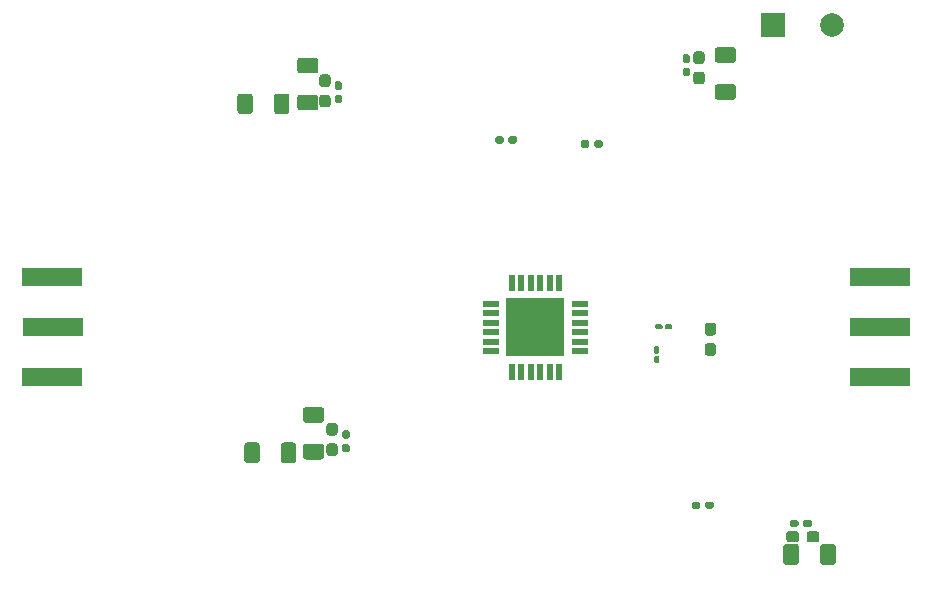
<source format=gts>
G04 #@! TF.GenerationSoftware,KiCad,Pcbnew,(5.1.9)-1*
G04 #@! TF.CreationDate,2022-02-07T19:04:32+01:00*
G04 #@! TF.ProjectId,AmplificadorV2,416d706c-6966-4696-9361-646f7256322e,rev?*
G04 #@! TF.SameCoordinates,Original*
G04 #@! TF.FileFunction,Soldermask,Top*
G04 #@! TF.FilePolarity,Negative*
%FSLAX46Y46*%
G04 Gerber Fmt 4.6, Leading zero omitted, Abs format (unit mm)*
G04 Created by KiCad (PCBNEW (5.1.9)-1) date 2022-02-07 19:04:32*
%MOMM*%
%LPD*%
G01*
G04 APERTURE LIST*
%ADD10R,5.080000X1.500000*%
%ADD11C,2.000000*%
%ADD12R,2.000000X2.000000*%
%ADD13C,0.245000*%
%ADD14R,0.490000X0.490000*%
%ADD15R,0.500000X1.450000*%
%ADD16R,1.450000X0.500000*%
G04 APERTURE END LIST*
G36*
G01*
X4204800Y24602600D02*
X4204800Y23352600D01*
G75*
G02*
X3954800Y23102600I-250000J0D01*
G01*
X3154800Y23102600D01*
G75*
G02*
X2904800Y23352600I0J250000D01*
G01*
X2904800Y24602600D01*
G75*
G02*
X3154800Y24852600I250000J0D01*
G01*
X3954800Y24852600D01*
G75*
G02*
X4204800Y24602600I0J-250000D01*
G01*
G37*
G36*
G01*
X7304800Y24602600D02*
X7304800Y23352600D01*
G75*
G02*
X7054800Y23102600I-250000J0D01*
G01*
X6254800Y23102600D01*
G75*
G02*
X6004800Y23352600I0J250000D01*
G01*
X6004800Y24602600D01*
G75*
G02*
X6254800Y24852600I250000J0D01*
G01*
X7054800Y24852600D01*
G75*
G02*
X7304800Y24602600I0J-250000D01*
G01*
G37*
G36*
G01*
X4789000Y-4937600D02*
X4789000Y-6187600D01*
G75*
G02*
X4539000Y-6437600I-250000J0D01*
G01*
X3739000Y-6437600D01*
G75*
G02*
X3489000Y-6187600I0J250000D01*
G01*
X3489000Y-4937600D01*
G75*
G02*
X3739000Y-4687600I250000J0D01*
G01*
X4539000Y-4687600D01*
G75*
G02*
X4789000Y-4937600I0J-250000D01*
G01*
G37*
G36*
G01*
X7889000Y-4937600D02*
X7889000Y-6187600D01*
G75*
G02*
X7639000Y-6437600I-250000J0D01*
G01*
X6839000Y-6437600D01*
G75*
G02*
X6589000Y-6187600I0J250000D01*
G01*
X6589000Y-4937600D01*
G75*
G02*
X6839000Y-4687600I250000J0D01*
G01*
X7639000Y-4687600D01*
G75*
G02*
X7889000Y-4937600I0J-250000D01*
G01*
G37*
D10*
X57302400Y5105400D03*
X57302400Y9355400D03*
X57302400Y855400D03*
X-12676200Y5105400D03*
X-12776200Y855400D03*
X-12776200Y9355400D03*
D11*
X53285400Y30632400D03*
D12*
X48285400Y30632400D03*
G36*
G01*
X42713900Y3712500D02*
X43188900Y3712500D01*
G75*
G02*
X43426400Y3475000I0J-237500D01*
G01*
X43426400Y2875000D01*
G75*
G02*
X43188900Y2637500I-237500J0D01*
G01*
X42713900Y2637500D01*
G75*
G02*
X42476400Y2875000I0J237500D01*
G01*
X42476400Y3475000D01*
G75*
G02*
X42713900Y3712500I237500J0D01*
G01*
G37*
G36*
G01*
X42713900Y5437500D02*
X43188900Y5437500D01*
G75*
G02*
X43426400Y5200000I0J-237500D01*
G01*
X43426400Y4600000D01*
G75*
G02*
X43188900Y4362500I-237500J0D01*
G01*
X42713900Y4362500D01*
G75*
G02*
X42476400Y4600000I0J237500D01*
G01*
X42476400Y5200000D01*
G75*
G02*
X42713900Y5437500I237500J0D01*
G01*
G37*
G36*
G01*
X39077900Y5005400D02*
X39077900Y5205400D01*
G75*
G02*
X39177900Y5305400I100000J0D01*
G01*
X39612900Y5305400D01*
G75*
G02*
X39712900Y5205400I0J-100000D01*
G01*
X39712900Y5005400D01*
G75*
G02*
X39612900Y4905400I-100000J0D01*
G01*
X39177900Y4905400D01*
G75*
G02*
X39077900Y5005400I0J100000D01*
G01*
G37*
G36*
G01*
X38262900Y5005400D02*
X38262900Y5205400D01*
G75*
G02*
X38362900Y5305400I100000J0D01*
G01*
X38797900Y5305400D01*
G75*
G02*
X38897900Y5205400I0J-100000D01*
G01*
X38897900Y5005400D01*
G75*
G02*
X38797900Y4905400I-100000J0D01*
G01*
X38362900Y4905400D01*
G75*
G02*
X38262900Y5005400I0J100000D01*
G01*
G37*
G36*
G01*
X38304800Y2653200D02*
X38504800Y2653200D01*
G75*
G02*
X38604800Y2553200I0J-100000D01*
G01*
X38604800Y2118200D01*
G75*
G02*
X38504800Y2018200I-100000J0D01*
G01*
X38304800Y2018200D01*
G75*
G02*
X38204800Y2118200I0J100000D01*
G01*
X38204800Y2553200D01*
G75*
G02*
X38304800Y2653200I100000J0D01*
G01*
G37*
G36*
G01*
X38304800Y3468200D02*
X38504800Y3468200D01*
G75*
G02*
X38604800Y3368200I0J-100000D01*
G01*
X38604800Y2933200D01*
G75*
G02*
X38504800Y2833200I-100000J0D01*
G01*
X38304800Y2833200D01*
G75*
G02*
X38204800Y2933200I0J100000D01*
G01*
X38204800Y3368200D01*
G75*
G02*
X38304800Y3468200I100000J0D01*
G01*
G37*
G36*
G01*
X52245700Y-14823201D02*
X52245700Y-13523199D01*
G75*
G02*
X52495699Y-13273200I249999J0D01*
G01*
X53320701Y-13273200D01*
G75*
G02*
X53570700Y-13523199I0J-249999D01*
G01*
X53570700Y-14823201D01*
G75*
G02*
X53320701Y-15073200I-249999J0D01*
G01*
X52495699Y-15073200D01*
G75*
G02*
X52245700Y-14823201I0J249999D01*
G01*
G37*
G36*
G01*
X49120700Y-14823201D02*
X49120700Y-13523199D01*
G75*
G02*
X49370699Y-13273200I249999J0D01*
G01*
X50195701Y-13273200D01*
G75*
G02*
X50445700Y-13523199I0J-249999D01*
G01*
X50445700Y-14823201D01*
G75*
G02*
X50195701Y-15073200I-249999J0D01*
G01*
X49370699Y-15073200D01*
G75*
G02*
X49120700Y-14823201I0J249999D01*
G01*
G37*
G36*
G01*
X51100700Y-12912100D02*
X51100700Y-12437100D01*
G75*
G02*
X51338200Y-12199600I237500J0D01*
G01*
X51938200Y-12199600D01*
G75*
G02*
X52175700Y-12437100I0J-237500D01*
G01*
X52175700Y-12912100D01*
G75*
G02*
X51938200Y-13149600I-237500J0D01*
G01*
X51338200Y-13149600D01*
G75*
G02*
X51100700Y-12912100I0J237500D01*
G01*
G37*
G36*
G01*
X49375700Y-12912100D02*
X49375700Y-12437100D01*
G75*
G02*
X49613200Y-12199600I237500J0D01*
G01*
X50213200Y-12199600D01*
G75*
G02*
X50450700Y-12437100I0J-237500D01*
G01*
X50450700Y-12912100D01*
G75*
G02*
X50213200Y-13149600I-237500J0D01*
G01*
X49613200Y-13149600D01*
G75*
G02*
X49375700Y-12912100I0J237500D01*
G01*
G37*
G36*
G01*
X9997201Y-3011600D02*
X8697199Y-3011600D01*
G75*
G02*
X8447200Y-2761601I0J249999D01*
G01*
X8447200Y-1936599D01*
G75*
G02*
X8697199Y-1686600I249999J0D01*
G01*
X9997201Y-1686600D01*
G75*
G02*
X10247200Y-1936599I0J-249999D01*
G01*
X10247200Y-2761601D01*
G75*
G02*
X9997201Y-3011600I-249999J0D01*
G01*
G37*
G36*
G01*
X9997201Y-6136600D02*
X8697199Y-6136600D01*
G75*
G02*
X8447200Y-5886601I0J249999D01*
G01*
X8447200Y-5061599D01*
G75*
G02*
X8697199Y-4811600I249999J0D01*
G01*
X9997201Y-4811600D01*
G75*
G02*
X10247200Y-5061599I0J-249999D01*
G01*
X10247200Y-5886601D01*
G75*
G02*
X9997201Y-6136600I-249999J0D01*
G01*
G37*
G36*
G01*
X12245400Y-4397400D02*
X11935400Y-4397400D01*
G75*
G02*
X11780400Y-4242400I0J155000D01*
G01*
X11780400Y-3817400D01*
G75*
G02*
X11935400Y-3662400I155000J0D01*
G01*
X12245400Y-3662400D01*
G75*
G02*
X12400400Y-3817400I0J-155000D01*
G01*
X12400400Y-4242400D01*
G75*
G02*
X12245400Y-4397400I-155000J0D01*
G01*
G37*
G36*
G01*
X12245400Y-5532400D02*
X11935400Y-5532400D01*
G75*
G02*
X11780400Y-5377400I0J155000D01*
G01*
X11780400Y-4952400D01*
G75*
G02*
X11935400Y-4797400I155000J0D01*
G01*
X12245400Y-4797400D01*
G75*
G02*
X12400400Y-4952400I0J-155000D01*
G01*
X12400400Y-5377400D01*
G75*
G02*
X12245400Y-5532400I-155000J0D01*
G01*
G37*
G36*
G01*
X10549900Y25395900D02*
X10074900Y25395900D01*
G75*
G02*
X9837400Y25633400I0J237500D01*
G01*
X9837400Y26233400D01*
G75*
G02*
X10074900Y26470900I237500J0D01*
G01*
X10549900Y26470900D01*
G75*
G02*
X10787400Y26233400I0J-237500D01*
G01*
X10787400Y25633400D01*
G75*
G02*
X10549900Y25395900I-237500J0D01*
G01*
G37*
G36*
G01*
X10549900Y23670900D02*
X10074900Y23670900D01*
G75*
G02*
X9837400Y23908400I0J237500D01*
G01*
X9837400Y24508400D01*
G75*
G02*
X10074900Y24745900I237500J0D01*
G01*
X10549900Y24745900D01*
G75*
G02*
X10787400Y24508400I0J-237500D01*
G01*
X10787400Y23908400D01*
G75*
G02*
X10549900Y23670900I-237500J0D01*
G01*
G37*
G36*
G01*
X40764400Y27045500D02*
X41074400Y27045500D01*
G75*
G02*
X41229400Y26890500I0J-155000D01*
G01*
X41229400Y26465500D01*
G75*
G02*
X41074400Y26310500I-155000J0D01*
G01*
X40764400Y26310500D01*
G75*
G02*
X40609400Y26465500I0J155000D01*
G01*
X40609400Y26890500D01*
G75*
G02*
X40764400Y27045500I155000J0D01*
G01*
G37*
G36*
G01*
X40764400Y28180500D02*
X41074400Y28180500D01*
G75*
G02*
X41229400Y28025500I0J-155000D01*
G01*
X41229400Y27600500D01*
G75*
G02*
X41074400Y27445500I-155000J0D01*
G01*
X40764400Y27445500D01*
G75*
G02*
X40609400Y27600500I0J155000D01*
G01*
X40609400Y28025500D01*
G75*
G02*
X40764400Y28180500I155000J0D01*
G01*
G37*
G36*
G01*
X42507700Y-10162600D02*
X42507700Y-9852600D01*
G75*
G02*
X42662700Y-9697600I155000J0D01*
G01*
X43087700Y-9697600D01*
G75*
G02*
X43242700Y-9852600I0J-155000D01*
G01*
X43242700Y-10162600D01*
G75*
G02*
X43087700Y-10317600I-155000J0D01*
G01*
X42662700Y-10317600D01*
G75*
G02*
X42507700Y-10162600I0J155000D01*
G01*
G37*
G36*
G01*
X41372700Y-10162600D02*
X41372700Y-9852600D01*
G75*
G02*
X41527700Y-9697600I155000J0D01*
G01*
X41952700Y-9697600D01*
G75*
G02*
X42107700Y-9852600I0J-155000D01*
G01*
X42107700Y-10162600D01*
G75*
G02*
X41952700Y-10317600I-155000J0D01*
G01*
X41527700Y-10317600D01*
G75*
G02*
X41372700Y-10162600I0J155000D01*
G01*
G37*
G36*
G01*
X25454000Y21084600D02*
X25454000Y20774600D01*
G75*
G02*
X25299000Y20619600I-155000J0D01*
G01*
X24874000Y20619600D01*
G75*
G02*
X24719000Y20774600I0J155000D01*
G01*
X24719000Y21084600D01*
G75*
G02*
X24874000Y21239600I155000J0D01*
G01*
X25299000Y21239600D01*
G75*
G02*
X25454000Y21084600I0J-155000D01*
G01*
G37*
G36*
G01*
X26589000Y21084600D02*
X26589000Y20774600D01*
G75*
G02*
X26434000Y20619600I-155000J0D01*
G01*
X26009000Y20619600D01*
G75*
G02*
X25854000Y20774600I0J155000D01*
G01*
X25854000Y21084600D01*
G75*
G02*
X26009000Y21239600I155000J0D01*
G01*
X26434000Y21239600D01*
G75*
G02*
X26589000Y21084600I0J-155000D01*
G01*
G37*
G36*
G01*
X11610400Y25159500D02*
X11300400Y25159500D01*
G75*
G02*
X11145400Y25314500I0J155000D01*
G01*
X11145400Y25739500D01*
G75*
G02*
X11300400Y25894500I155000J0D01*
G01*
X11610400Y25894500D01*
G75*
G02*
X11765400Y25739500I0J-155000D01*
G01*
X11765400Y25314500D01*
G75*
G02*
X11610400Y25159500I-155000J0D01*
G01*
G37*
G36*
G01*
X11610400Y24024500D02*
X11300400Y24024500D01*
G75*
G02*
X11145400Y24179500I0J155000D01*
G01*
X11145400Y24604500D01*
G75*
G02*
X11300400Y24759500I155000J0D01*
G01*
X11610400Y24759500D01*
G75*
G02*
X11765400Y24604500I0J-155000D01*
G01*
X11765400Y24179500D01*
G75*
G02*
X11610400Y24024500I-155000J0D01*
G01*
G37*
G36*
G01*
X50813500Y-11712000D02*
X50813500Y-11402000D01*
G75*
G02*
X50968500Y-11247000I155000J0D01*
G01*
X51393500Y-11247000D01*
G75*
G02*
X51548500Y-11402000I0J-155000D01*
G01*
X51548500Y-11712000D01*
G75*
G02*
X51393500Y-11867000I-155000J0D01*
G01*
X50968500Y-11867000D01*
G75*
G02*
X50813500Y-11712000I0J155000D01*
G01*
G37*
G36*
G01*
X49678500Y-11712000D02*
X49678500Y-11402000D01*
G75*
G02*
X49833500Y-11247000I155000J0D01*
G01*
X50258500Y-11247000D01*
G75*
G02*
X50413500Y-11402000I0J-155000D01*
G01*
X50413500Y-11712000D01*
G75*
G02*
X50258500Y-11867000I-155000J0D01*
G01*
X49833500Y-11867000D01*
G75*
G02*
X49678500Y-11712000I0J155000D01*
G01*
G37*
G36*
G01*
X32709700Y20729000D02*
X32709700Y20419000D01*
G75*
G02*
X32554700Y20264000I-155000J0D01*
G01*
X32129700Y20264000D01*
G75*
G02*
X31974700Y20419000I0J155000D01*
G01*
X31974700Y20729000D01*
G75*
G02*
X32129700Y20884000I155000J0D01*
G01*
X32554700Y20884000D01*
G75*
G02*
X32709700Y20729000I0J-155000D01*
G01*
G37*
G36*
G01*
X33844700Y20729000D02*
X33844700Y20419000D01*
G75*
G02*
X33689700Y20264000I-155000J0D01*
G01*
X33264700Y20264000D01*
G75*
G02*
X33109700Y20419000I0J155000D01*
G01*
X33109700Y20729000D01*
G75*
G02*
X33264700Y20884000I155000J0D01*
G01*
X33689700Y20884000D01*
G75*
G02*
X33844700Y20729000I0J-155000D01*
G01*
G37*
G36*
G01*
X11159500Y-4120000D02*
X10684500Y-4120000D01*
G75*
G02*
X10447000Y-3882500I0J237500D01*
G01*
X10447000Y-3282500D01*
G75*
G02*
X10684500Y-3045000I237500J0D01*
G01*
X11159500Y-3045000D01*
G75*
G02*
X11397000Y-3282500I0J-237500D01*
G01*
X11397000Y-3882500D01*
G75*
G02*
X11159500Y-4120000I-237500J0D01*
G01*
G37*
G36*
G01*
X11159500Y-5845000D02*
X10684500Y-5845000D01*
G75*
G02*
X10447000Y-5607500I0J237500D01*
G01*
X10447000Y-5007500D01*
G75*
G02*
X10684500Y-4770000I237500J0D01*
G01*
X11159500Y-4770000D01*
G75*
G02*
X11397000Y-5007500I0J-237500D01*
G01*
X11397000Y-5607500D01*
G75*
G02*
X11159500Y-5845000I-237500J0D01*
G01*
G37*
G36*
G01*
X41748700Y26700600D02*
X42223700Y26700600D01*
G75*
G02*
X42461200Y26463100I0J-237500D01*
G01*
X42461200Y25863100D01*
G75*
G02*
X42223700Y25625600I-237500J0D01*
G01*
X41748700Y25625600D01*
G75*
G02*
X41511200Y25863100I0J237500D01*
G01*
X41511200Y26463100D01*
G75*
G02*
X41748700Y26700600I237500J0D01*
G01*
G37*
G36*
G01*
X41748700Y28425600D02*
X42223700Y28425600D01*
G75*
G02*
X42461200Y28188100I0J-237500D01*
G01*
X42461200Y27588100D01*
G75*
G02*
X42223700Y27350600I-237500J0D01*
G01*
X41748700Y27350600D01*
G75*
G02*
X41511200Y27588100I0J237500D01*
G01*
X41511200Y28188100D01*
G75*
G02*
X41748700Y28425600I237500J0D01*
G01*
G37*
G36*
G01*
X43571399Y25643000D02*
X44871401Y25643000D01*
G75*
G02*
X45121400Y25393001I0J-249999D01*
G01*
X45121400Y24567999D01*
G75*
G02*
X44871401Y24318000I-249999J0D01*
G01*
X43571399Y24318000D01*
G75*
G02*
X43321400Y24567999I0J249999D01*
G01*
X43321400Y25393001D01*
G75*
G02*
X43571399Y25643000I249999J0D01*
G01*
G37*
G36*
G01*
X43571399Y28768000D02*
X44871401Y28768000D01*
G75*
G02*
X45121400Y28518001I0J-249999D01*
G01*
X45121400Y27692999D01*
G75*
G02*
X44871401Y27443000I-249999J0D01*
G01*
X43571399Y27443000D01*
G75*
G02*
X43321400Y27692999I0J249999D01*
G01*
X43321400Y28518001D01*
G75*
G02*
X43571399Y28768000I249999J0D01*
G01*
G37*
G36*
G01*
X9514601Y26554000D02*
X8214599Y26554000D01*
G75*
G02*
X7964600Y26803999I0J249999D01*
G01*
X7964600Y27629001D01*
G75*
G02*
X8214599Y27879000I249999J0D01*
G01*
X9514601Y27879000D01*
G75*
G02*
X9764600Y27629001I0J-249999D01*
G01*
X9764600Y26803999D01*
G75*
G02*
X9514601Y26554000I-249999J0D01*
G01*
G37*
G36*
G01*
X9514601Y23429000D02*
X8214599Y23429000D01*
G75*
G02*
X7964600Y23678999I0J249999D01*
G01*
X7964600Y24504001D01*
G75*
G02*
X8214599Y24754000I249999J0D01*
G01*
X9514601Y24754000D01*
G75*
G02*
X9764600Y24504001I0J-249999D01*
G01*
X9764600Y23678999D01*
G75*
G02*
X9514601Y23429000I-249999J0D01*
G01*
G37*
D13*
X30343400Y2849600D03*
X30343400Y3339600D03*
X30343400Y3829600D03*
X30343400Y4319600D03*
X30343400Y4809600D03*
X30343400Y5299600D03*
X30343400Y5789600D03*
X30343400Y6279600D03*
X30343400Y6769600D03*
X30343400Y7259600D03*
X29853400Y2849600D03*
X29853400Y3339600D03*
X29853400Y3829600D03*
X29853400Y4319600D03*
X29853400Y4809600D03*
X29853400Y5299600D03*
X29853400Y5789600D03*
X29853400Y6279600D03*
X29853400Y6769600D03*
X29853400Y7259600D03*
X29363400Y2849600D03*
X29363400Y3339600D03*
X29363400Y3829600D03*
X29363400Y4319600D03*
X29363400Y4809600D03*
X29363400Y5299600D03*
X29363400Y5789600D03*
X29363400Y6279600D03*
X29363400Y6769600D03*
X29363400Y7259600D03*
X28873400Y2849600D03*
X28873400Y3339600D03*
X28873400Y3829600D03*
X28873400Y4319600D03*
X28873400Y4809600D03*
X28873400Y5299600D03*
X28873400Y5789600D03*
X28873400Y6279600D03*
X28873400Y6769600D03*
X28873400Y7259600D03*
X28383400Y2849600D03*
X28383400Y3339600D03*
X28383400Y3829600D03*
X28383400Y4319600D03*
X28383400Y4809600D03*
X28383400Y5299600D03*
X28383400Y5789600D03*
X28383400Y6279600D03*
X28383400Y6769600D03*
X28383400Y7259600D03*
X27893400Y2849600D03*
X27893400Y3339600D03*
X27893400Y3829600D03*
X27893400Y4319600D03*
X27893400Y4809600D03*
X27893400Y5299600D03*
X27893400Y5789600D03*
X27893400Y6279600D03*
X27893400Y6769600D03*
X27893400Y7259600D03*
X27403400Y2849600D03*
X27403400Y3339600D03*
X27403400Y3829600D03*
X27403400Y4319600D03*
X27403400Y4809600D03*
X27403400Y5299600D03*
X27403400Y5789600D03*
X27403400Y6279600D03*
X27403400Y6769600D03*
X27403400Y7259600D03*
X26913400Y2849600D03*
X26913400Y3339600D03*
X26913400Y3829600D03*
X26913400Y4319600D03*
X26913400Y4809600D03*
X26913400Y5299600D03*
X26913400Y5789600D03*
X26913400Y6279600D03*
X26913400Y6769600D03*
X26913400Y7259600D03*
X26423400Y2849600D03*
X26423400Y3339600D03*
X26423400Y3829600D03*
X26423400Y4319600D03*
X26423400Y4809600D03*
X26423400Y5299600D03*
X26423400Y5789600D03*
X26423400Y6279600D03*
X26423400Y6769600D03*
X26423400Y7259600D03*
X25933400Y2849600D03*
X25933400Y3339600D03*
X25933400Y3829600D03*
X25933400Y4319600D03*
X25933400Y4809600D03*
X25933400Y5299600D03*
X25933400Y5789600D03*
X25933400Y6279600D03*
X25933400Y6769600D03*
X25933400Y7259600D03*
D14*
X30343400Y2849600D03*
X30343400Y3339600D03*
X30343400Y3829600D03*
X30343400Y4319600D03*
X30343400Y4809600D03*
X30343400Y5299600D03*
X30343400Y5789600D03*
X30343400Y6279600D03*
X30343400Y6769600D03*
X30343400Y7259600D03*
X29853400Y2849600D03*
X29853400Y3339600D03*
X29853400Y3829600D03*
X29853400Y4319600D03*
X29853400Y4809600D03*
X29853400Y5299600D03*
X29853400Y5789600D03*
X29853400Y6279600D03*
X29853400Y6769600D03*
X29853400Y7259600D03*
X29363400Y2849600D03*
X29363400Y3339600D03*
X29363400Y3829600D03*
X29363400Y4319600D03*
X29363400Y4809600D03*
X29363400Y5299600D03*
X29363400Y5789600D03*
X29363400Y6279600D03*
X29363400Y6769600D03*
X29363400Y7259600D03*
X28873400Y2849600D03*
X28873400Y3339600D03*
X28873400Y3829600D03*
X28873400Y4319600D03*
X28873400Y4809600D03*
X28873400Y5299600D03*
X28873400Y5789600D03*
X28873400Y6279600D03*
X28873400Y6769600D03*
X28873400Y7259600D03*
X28383400Y2849600D03*
X28383400Y3339600D03*
X28383400Y3829600D03*
X28383400Y4319600D03*
X28383400Y4809600D03*
X28383400Y5299600D03*
X28383400Y5789600D03*
X28383400Y6279600D03*
X28383400Y6769600D03*
X28383400Y7259600D03*
X27893400Y2849600D03*
X27893400Y3339600D03*
X27893400Y3829600D03*
X27893400Y4319600D03*
X27893400Y4809600D03*
X27893400Y5299600D03*
X27893400Y5789600D03*
X27893400Y6279600D03*
X27893400Y6769600D03*
X27893400Y7259600D03*
X27403400Y2849600D03*
X27403400Y3339600D03*
X27403400Y3829600D03*
X27403400Y4319600D03*
X27403400Y4809600D03*
X27403400Y5299600D03*
X27403400Y5789600D03*
X27403400Y6279600D03*
X27403400Y6769600D03*
X27403400Y7259600D03*
X26913400Y2849600D03*
X26913400Y3339600D03*
X26913400Y3829600D03*
X26913400Y4319600D03*
X26913400Y4809600D03*
X26913400Y5299600D03*
X26913400Y5789600D03*
X26913400Y6279600D03*
X26913400Y6769600D03*
X26913400Y7259600D03*
X26423400Y2849600D03*
X26423400Y3339600D03*
X26423400Y3829600D03*
X26423400Y4319600D03*
X26423400Y4809600D03*
X26423400Y5299600D03*
X26423400Y5789600D03*
X26423400Y6279600D03*
X26423400Y6769600D03*
X26423400Y7259600D03*
X25933400Y2849600D03*
X25933400Y3339600D03*
X25933400Y3829600D03*
X25933400Y4319600D03*
X25933400Y4809600D03*
X25933400Y5299600D03*
X25933400Y5789600D03*
X25933400Y6279600D03*
X25933400Y6769600D03*
X25933400Y7259600D03*
D15*
X26138400Y8829600D03*
X26938400Y8829600D03*
X27738400Y8829600D03*
X28538400Y8829600D03*
X29338400Y8829600D03*
X30138400Y8829600D03*
D16*
X31913400Y7054600D03*
X31913400Y6254600D03*
X31913400Y5454600D03*
X31913400Y4654600D03*
X31913400Y3854600D03*
X31913400Y3054600D03*
D15*
X30138400Y1279600D03*
X29338400Y1279600D03*
X28538400Y1279600D03*
X27738400Y1279600D03*
X26938400Y1279600D03*
X26138400Y1279600D03*
D16*
X24363400Y3054600D03*
X24363400Y3854600D03*
X24363400Y4654600D03*
X24363400Y5454600D03*
X24363400Y6254600D03*
X24363400Y7054600D03*
M02*

</source>
